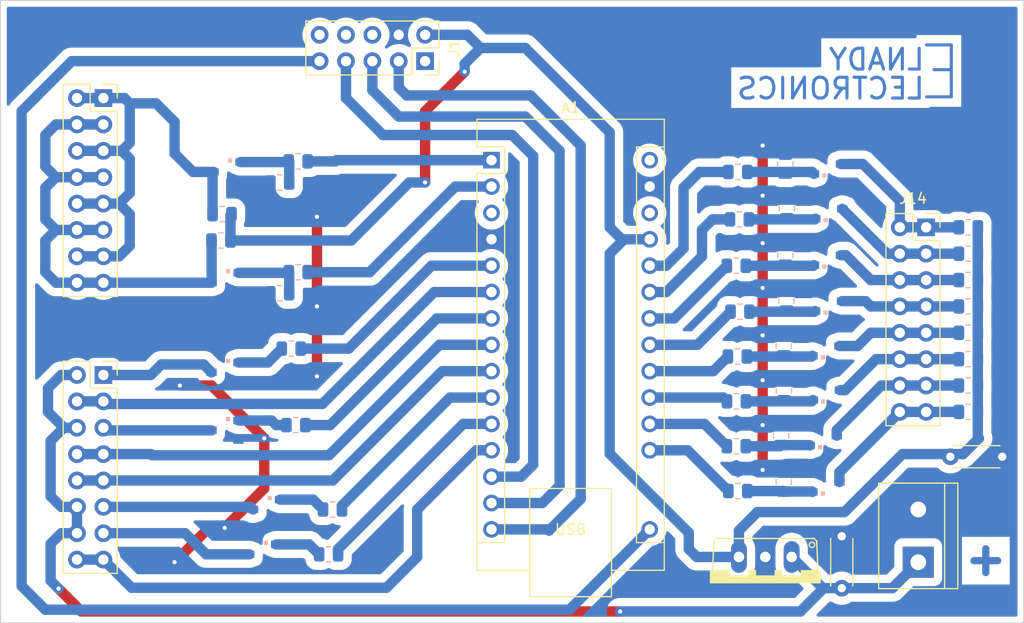
<source format=kicad_pcb>
(kicad_pcb (version 20221018) (generator pcbnew)
  (layers (0 "F.Cu" signal) (31 "B.Cu" signal) (34 "B.Paste" user) (35 "F.Paste" user) (36 "B.SilkS" user "B.Silkscreen") (37 "F.SilkS" user "F.Silkscreen") (38 "B.Mask" user) (39 "F.Mask" user) (44 "Edge.Cuts" user))
  (net 0 "")
  (net 2 "GND")
  (net 3 "/speed1")
  (net 4 "/speed2")
  (net 5 "/speed3")
  (net 6 "/switch1")
  (net 7 "/speed4")
  (net 8 "/CS")
  (net 9 "/MOSI")
  (net 10 "/MISO")
  (net 11 "/SCK")
  (net 12 "/motor1")
  (net 13 "/motor2")
  (net 14 "/motor3")
  (net 15 "/motor4")
  (net 16 "+5V")
  (net 19 "+12V")
  (net 23 "/switch2")
  (net 24 "Net-(Q9-Pad1)")
  (net 25 "Net-(Q10-Pad1)")
  (net 26 "/gripper1")
  (net 27 "/gripper2")
  (net 28 "/motorsvn")
  (net 29 "/motorsv")
  (net 30 "/switch3")
  (net 31 "/switch4")
  (net 32 "/motor1n")
  (net 33 "/motor2n")
  (net 34 "/motor3n")
  (net 35 "/motor4n")
  (net 36 "/gripper3")
  (net 37 "/gripper4")
  (net 38 "/Mvn")
  (net 39 "/Mv")
  (net 40 "/M4n")
  (net 41 "/M4")
  (net 42 "/M3n")
  (net 43 "/M3")
  (net 44 "/M2n")
  (net 45 "/M2")
  (net 46 "/M1n")
  (net 47 "/M1")
  (net 48 "Net-(Q1-Pad1)")
  (net 49 "Net-(Q2-Pad1)")
  (net 50 "Net-(Q3-Pad1)")
  (net 51 "Net-(Q4-Pad1)")
  (net 52 "Net-(Q5-Pad1)")
  (net 53 "Net-(Q6-Pad1)")
  (net 54 "Net-(Q7-Pad1)")
  (net 55 "Net-(Q8-Pad1)")
  (net 56 "Net-(Q11-Pad1)")
  (net 57 "Net-(Q12-Pad1)")
  (net 58 "Net-(Q13-Pad1)")
  (net 59 "Net-(Q14-Pad1)")
  (footprint "FQP30N06L:TO220V" (layer "F.Cu") (at 180.594 116.332 180)
    (fp_text reference "U1" hide)
    (fp_text value "L7809" hide)
  )
  (footprint "Connector_PinSocket_2.54mm:PinSocket_2x08_P2.54mm_Vertical" (layer "F.Cu") (at 116.84 96.266)
    (fp_text reference "J2" hide)
    (fp_text value "Conn_02x08_Odd_Even" hide)
  )
  (footprint "Module:Arduino_Nano" (layer "F.Cu") (at 154.22276 75.5774)
    (fp_text reference "A1")
    (fp_text value "Arduino_Nano_v2.x")
  )
  (footprint "TerminalBlock:TerminalBlock_bornier-2_P5.08mm" (layer "F.Cu") (at 195.326 114.3 90)
    (fp_text reference "J3" hide)
    (fp_text value "Screw_Terminal_01x02" hide)
  )
  (footprint "Capacitor_THT:C_Disc_D4.3mm_W1.9mm_P5.00mm" (layer "F.Cu") (at 198.414 104.14)
    (fp_text reference "C2" hide)
    (fp_text value "C" hide)
  )
  (footprint "Connector_PinSocket_2.54mm:PinSocket_2x08_P2.54mm_Vertical" (layer "F.Cu") (at 116.84 69.596)
    (fp_text reference "J12" hide)
    (fp_text value "Conn_02x08_Odd_Even" hide)
  )
  (footprint "Connector_PinSocket_2.54mm:PinSocket_2x08_P2.54mm_Vertical" (layer "F.Cu") (at 196.088 82.042)
    (fp_text reference "J14")
    (fp_text value "Conn_02x08_Odd_Even" hide)
  )
  (footprint "Connector_PinSocket_2.54mm:PinSocket_2x05_P2.54mm_Vertical" (layer "F.Cu") (at 149.606 61.722 -90)
    (fp_text reference "J1")
    (fp_text value "Conn_02x05_Odd_Even" hide)
  )
  (footprint "Capacitor_THT:C_Disc_D4.3mm_W1.9mm_P5.00mm" (layer "F.Cu") (at 187.96 116.8 90)
    (fp_text reference "C1" hide)
    (fp_text value "C" hide)
  )
  (footprint "Resistor_SMD:R_0805_2012Metric" (layer "B.Cu") (at 200.152 97.282 180)
    (fp_text reference "R8" hide)
    (fp_text value "1K" hide)
  )
  (footprint "Resistor_SMD:R_0805_2012Metric" (layer "B.Cu") (at 177.950072 107.442 180)
    (fp_text reference "R4" hide)
    (fp_text value "200R" hide)
  )
  (footprint "Resistor_SMD:R_0805_2012Metric" (layer "B.Cu") (at 200.152 84.582 180)
    (fp_text reference "R25" hide)
    (fp_text value "1K" hide)
  )
  (footprint "Resistor_SMD:R_0805_2012Metric" (layer "B.Cu") (at 182.5225 84.7325 90)
    (fp_text reference "R21" hide)
    (fp_text value "1k" hide)
  )
  (footprint "SI2302DS:SOT23-3_TO-236AB" (layer "B.Cu") (at 186.181572 102.108 90)
    (fp_text reference "Q4" hide)
    (fp_text value "SI2302DS" hide)
  )
  (footprint "SI2302DS:SOT23-3_TO-236AB" (layer "B.Cu") (at 186.5865 75.946 90)
    (fp_text reference "Q12" hide)
    (fp_text value "SI2302DS" hide)
  )
  (footprint "SI2302DS:SOT23-3_TO-236AB" (layer "B.Cu") (at 128.554 96.012 -90)
    (fp_text reference "Q10" hide)
    (fp_text value "SI2302DS" hide)
  )
  (footprint "Resistor_SMD:R_0805_2012Metric" (layer "B.Cu") (at 182.388572 97.79 90)
    (fp_text reference "R12" hide)
    (fp_text value "1k" hide)
  )
  (footprint "SI2302DS:SOT23-3_TO-236AB" (layer "B.Cu") (at 186.435572 93.472 90)
    (fp_text reference "Q6" hide)
    (fp_text value "SI2302DS" hide)
  )
  (footprint "Resistor_SMD:R_0805_2012Metric" (layer "B.Cu") (at 128.1665 83.312 180)
    (fp_text reference "R31" hide)
    (fp_text value "1K" hide)
  )
  (footprint "SI2302DS:SOT23-3_TO-236AB" (layer "B.Cu") (at 186.689572 89.154 90)
    (fp_text reference "Q7" hide)
    (fp_text value "SI2302DS" hide)
  )
  (footprint "Resistor_SMD:R_0805_2012Metric" (layer "B.Cu") (at 135.382 101.092)
    (fp_text reference "R10" hide)
    (fp_text value "200R" hide)
  )
  (footprint "Resistor_SMD:R_0805_2012Metric" (layer "B.Cu") (at 200.152 82.042 180)
    (fp_text reference "R28" hide)
    (fp_text value "1K" hide)
  )
  (footprint "SI2302DS:SOT23-3_TO-236AB" (layer "B.Cu") (at 128.554 101.6 -90)
    (fp_text reference "Q9" hide)
    (fp_text value "SI2302DS" hide)
  )
  (footprint "Resistor_SMD:R_0805_2012Metric" (layer "B.Cu") (at 133.828428 88.392 180)
    (fp_text reference "R30" hide)
    (fp_text value "1k" hide)
  )
  (footprint "SI2302DS:SOT23-3_TO-236AB" (layer "B.Cu") (at 132.1835 113.538 -90)
    (fp_text reference "Q2" hide)
    (fp_text value "SI2302DS" hide)
  )
  (footprint "Resistor_SMD:R_0805_2012Metric" (layer "B.Cu") (at 182.371572 106.5765 90)
    (fp_text reference "R5" hide)
    (fp_text value "1k" hide)
  )
  (footprint "SI2302DS:SOT23-3_TO-236AB" (layer "B.Cu") (at 128.566028 87.376 -90)
    (fp_text reference "Q13" hide)
    (fp_text value "SI2302DS" hide)
  )
  (footprint "Resistor_SMD:R_0805_2012Metric" (layer "B.Cu") (at 178.101 81.28 180)
    (fp_text reference "R23" hide)
    (fp_text value "200R" hide)
  )
  (footprint "Resistor_SMD:R_0805_2012Metric" (layer "B.Cu") (at 182.625572 89.154 90)
    (fp_text reference "R18" hide)
    (fp_text value "1k" hide)
  )
  (footprint "Resistor_SMD:R_0805_2012Metric" (layer "B.Cu") (at 182.371572 93.472 90)
    (fp_text reference "R15" hide)
    (fp_text value "1k" hide)
  )
  (footprint "Resistor_SMD:R_0805_2012Metric" (layer "B.Cu") (at 133.828428 77.724 180)
    (fp_text reference "R33" hide)
    (fp_text value "1k" hide)
  )
  (footprint "Resistor_SMD:R_0805_2012Metric" (layer "B.Cu") (at 177.9505 76.708 180)
    (fp_text reference "R26" hide)
    (fp_text value "200R" hide)
  )
  (footprint "Resistor_SMD:R_0805_2012Metric" (layer "B.Cu") (at 177.8 85.7485 180)
    (fp_text reference "R20" hide)
    (fp_text value "200R" hide)
  )
  (footprint "SI2302DS:SOT23-3_TO-236AB" (layer "B.Cu") (at 186.482572 97.724 90)
    (fp_text reference "Q5" hide)
    (fp_text value "SI2302DS" hide)
  )
  (footprint "Resistor_SMD:R_0805_2012Metric" (layer "B.Cu") (at 128.27 80.772 180)
    (fp_text reference "R34" hide)
    (fp_text value "1K" hide)
  )
  (footprint "Resistor_SMD:R_0805_2012Metric" (layer "B.Cu") (at 182.673 80.264 90)
    (fp_text reference "R24" hide)
    (fp_text value "1k" hide)
  )
  (footprint "SI2302DS:SOT23-3_TO-236AB" (layer "B.Cu") (at 128.748428 76.708 -90)
    (fp_text reference "Q14" hide)
    (fp_text value "SI2302DS" hide)
  )
  (footprint "Resistor_SMD:R_0805_2012Metric" (layer "B.Cu") (at 200.152 92.202 180)
    (fp_text reference "R16" hide)
    (fp_text value "1K" hide)
  )
  (footprint "Resistor_SMD:R_0805_2012Metric" (layer "B.Cu") (at 138.5335 113.538)
    (fp_text reference "R2" hide)
    (fp_text value "200R" hide)
  )
  (footprint "Resistor_SMD:R_0805_2012Metric" (layer "B.Cu") (at 177.816572 98.806 180)
    (fp_text reference "R11" hide)
    (fp_text value "200R" hide)
  )
  (footprint "Resistor_SMD:R_0805_2012Metric" (layer "B.Cu") (at 135.606428 86.36)
    (fp_text reference "R29" hide)
    (fp_text value "200R" hide)
  )
  (footprint "SI2302DS:SOT23-3_TO-236AB" (layer "B.Cu") (at 186.5865 84.7325 90)
    (fp_text reference "Q8" hide)
    (fp_text value "SI2302DS" hide)
  )
  (footprint "Resistor_SMD:R_0805_2012Metric" (layer "B.Cu") (at 200.152 89.662 180)
    (fp_text reference "R19" hide)
    (fp_text value "1K" hide)
  )
  (footprint "SI2302DS:SOT23-3_TO-236AB" (layer "B.Cu") (at 132.558428 109.22 -90)
    (fp_text reference "Q1" hide)
    (fp_text value "SI2302DS" hide)
  )
  (footprint "SI2302DS:SOT23-3_TO-236AB" (layer "B.Cu") (at 186.707 80.264 90)
    (fp_text reference "Q11" hide)
    (fp_text value "SI2302DS" hide)
  )
  (footprint "Resistor_SMD:R_0805_2012Metric" (layer "B.Cu") (at 138.908428 109.22)
    (fp_text reference "R1" hide)
    (fp_text value "200R" hide)
  )
  (footprint "Resistor_SMD:R_0805_2012Metric" (layer "B.Cu") (at 200.152 99.822 180)
    (fp_text reference "R3" hide)
    (fp_text value "1K" hide)
  )
  (footprint "Resistor_SMD:R_0805_2012Metric" (layer "B.Cu") (at 200.152 87.122 180)
    (fp_text reference "R22" hide)
    (fp_text value "1K" hide)
  )
  (footprint "Resistor_SMD:R_0805_2012Metric" (layer "B.Cu") (at 177.799572 103.124 180)
    (fp_text reference "R6" hide)
    (fp_text value "200R" hide)
  )
  (footprint "Resistor_SMD:R_0805_2012Metric" (layer "B.Cu") (at 177.903072 94.488 180)
    (fp_text reference "R14" hide)
    (fp_text value "200R" hide)
  )
  (footprint "Resistor_SMD:R_0805_2012Metric" (layer "B.Cu") (at 134.934 93.726)
    (fp_text reference "R9" hide)
    (fp_text value "200R" hide)
  )
  (footprint "Resistor_SMD:R_0805_2012Metric" (layer "B.Cu") (at 178.157072 90.17 180)
    (fp_text reference "R17" hide)
    (fp_text value "200R" hide)
  )
  (footprint "Resistor_SMD:R_0805_2012Metric" (layer "B.Cu") (at 182.117572 102.108 90)
    (fp_text reference "R7" hide)
    (fp_text value "1k" hide)
  )
  (footprint "SI2302DS:SOT23-3_TO-236AB" (layer "B.Cu") (at 186.435572 106.5765 90)
    (fp_text reference "Q3" hide)
    (fp_text value "SI2302DS" hide)
  )
  (footprint "Resistor_SMD:R_0805_2012Metric" (layer "B.Cu") (at 200.152 94.742 180)
    (fp_text reference "R13" hide)
    (fp_text value "1K" hide)
  )
  (footprint "Resistor_SMD:R_0805_2012Metric" (layer "B.Cu") (at 182.5225 75.946 90)
    (fp_text reference "R27" hide)
    (fp_text value "1k" hide)
  )
  (footprint "Resistor_SMD:R_0805_2012Metric" (layer "B.Cu") (at 135.606428 75.692)
    (fp_text reference "R32" hide)
    (fp_text value "200R" hide)
  )
  (gr_rect (start 106.934 60.198) (end 205.486 120.142) (stroke (width 0.1)) (fill none) (layer "Edge.Cuts"))
  (gr_text "LECTRONICS" (at 196.088 69.85) (layer "B.Cu") (effects (font (size 2 2) (thickness 0.3) bold) (justify left bottom mirror)))
  (gr_text "E" (at 199.898 70.104) (layer "B.Cu") (effects (font (size 5 5) (thickness 0.3) bold) (justify left bottom mirror)))
  (gr_text "LNADY" (at 196.088 67.056) (layer "B.Cu") (effects (font (size 2 2) (thickness 0.3) bold) (justify left bottom mirror)))
  (gr_text "+" (at 199.517 115.697) (layer "B.Cu") (effects (font (size 3 3) (thickness 0.7) bold) (justify left bottom)))
  (segment (start 132.334 102.362) (end 132.334 107.188) (width 1) (layer "F.Cu") (net 2))
  (segment (start 132.334 107.188) (end 128.524 110.998) (width 1) (layer "F.Cu") (net 2))
  (segment (start 137.414 89.662) (end 137.414 96.393) (width 1) (layer "F.Cu") (net 2))
  (segment (start 180.34 92.456) (end 180.34 87.884) (width 1) (layer "F.Cu") (net 2))
  (segment (start 180.34 78.994) (end 180.34 74.168) (width 1) (layer "F.Cu") (net 2))
  (segment (start 180.34 83.566) (end 180.34 78.994) (width 1) (layer "F.Cu") (net 2))
  (segment (start 124.206 97.282) (end 127.254 97.282) (width 1) (layer "F.Cu") (net 2))
  (segment (start 180.34 96.774) (end 180.34 92.456) (width 1) (layer "F.Cu") (net 2))
  (segment (start 137.414 81.026) (end 137.414 89.662) (width 1) (layer "F.Cu") (net 2))
  (segment (start 127.254 97.282) (end 132.334 102.362) (width 1) (layer "F.Cu") (net 2))
  (segment (start 180.34 87.884) (end 180.34 83.566) (width 1) (layer "F.Cu") (net 2))
  (segment (start 180.34 105.41) (end 180.34 101.092) (width 1) (layer "F.Cu") (net 2))
  (segment (start 128.524 110.998) (end 127 110.998) (width 1) (layer "F.Cu") (net 2))
  (segment (start 127 110.998) (end 123.698 114.3) (width 1) (layer "F.Cu") (net 2))
  (segment (start 180.34 101.092) (end 180.34 96.774) (width 1) (layer "F.Cu") (net 2))
  (via (at 180.34 78.994) (size 0.8) (drill 0.4) (layers "F.Cu" "B.Cu") (net 2))
  (via (at 180.34 74.168) (size 0.8) (drill 0.4) (layers "F.Cu" "B.Cu") (net 2))
  (via (at 180.34 96.774) (size 0.8) (drill 0.4) (layers "F.Cu" "B.Cu") (net 2))
  (via (at 180.34 105.41) (size 0.8) (drill 0.4) (layers "F.Cu" "B.Cu") (net 2))
  (via (at 180.34 87.884) (size 0.8) (drill 0.4) (layers "F.Cu" "B.Cu") (net 2))
  (via (at 123.698 114.3) (size 0.8) (drill 0.4) (layers "F.Cu" "B.Cu") (net 2))
  (via (at 180.34 92.456) (size 0.8) (drill 0.4) (layers "F.Cu" "B.Cu") (net 2))
  (via (at 124.206 97.282) (size 0.8) (drill 0.4) (layers "F.Cu" "B.Cu") (net 2))
  (via (at 180.34 83.566) (size 0.8) (drill 0.4) (layers "F.Cu" "B.Cu") (net 2))
  (via (at 132.334 102.362) (size 0.8) (drill 0.4) (layers "F.Cu" "B.Cu") (net 2))
  (via (at 137.414 89.662) (size 0.8) (drill 0.4) (layers "F.Cu" "B.Cu") (net 2))
  (via (at 137.414 96.393) (size 0.8) (drill 0.4) (layers "F.Cu" "B.Cu") (net 2))
  (via (at 180.34 101.092) (size 0.8) (drill 0.4) (layers "F.Cu" "B.Cu") (net 2))
  (via (at 128.524 110.998) (size 0.8) (drill 0.4) (layers "F.Cu" "B.Cu") (net 2))
  (via (at 137.414 81.026) (size 0.8) (drill 0.4) (layers "F.Cu" "B.Cu") (net 2))
  (segment (start 129.191258 99.05) (end 137.932 99.05) (width 1) (layer "B.Cu") (net 3))
  (segment (start 116.84 98.806) (end 117.094 99.06) (width 1) (layer "B.Cu") (net 3))
  (segment (start 148.7046 88.2774) (end 154.22276 88.2774) (width 1) (layer "B.Cu") (net 3))
  (segment (start 129.181258 99.06) (end 129.191258 99.05) (width 1) (layer "B.Cu") (net 3))
  (segment (start 137.932 99.05) (end 148.7046 88.2774) (width 1) (layer "B.Cu") (net 3))
  (segment (start 117.094 99.06) (end 129.181258 99.06) (width 1) (layer "B.Cu") (net 3))
  (segment (start 114.3 98.806) (end 116.84 98.806) (width 1) (layer "B.Cu") (net 3))
  (segment (start 121.526 104) (end 138.57 104) (width 1) (layer "B.Cu") (net 4))
  (segment (start 138.57 104) (end 149.2126 93.3574) (width 1) (layer "B.Cu") (net 4))
  (segment (start 114.3 103.886) (end 116.84 103.886) (width 1) (layer "B.Cu") (net 4))
  (segment (start 149.2126 93.3574) (end 154.22276 93.3574) (width 1) (layer "B.Cu") (net 4))
  (segment (start 121.412 103.886) (end 121.526 104) (width 1) (layer "B.Cu") (net 4))
  (segment (start 116.84 103.886) (end 121.412 103.886) (width 1) (layer "B.Cu") (net 4))
  (segment (start 138.938 106.426) (end 149.4666 95.8974) (width 1) (layer "B.Cu") (net 5))
  (segment (start 116.84 106.426) (end 138.938 106.426) (width 1) (layer "B.Cu") (net 5))
  (segment (start 114.3 106.426) (end 116.84 106.426) (width 1) (layer "B.Cu") (net 5))
  (segment (start 149.4666 95.8974) (end 154.22276 95.8974) (width 1) (layer "B.Cu") (net 5))
  (segment (start 148.4506 85.7374) (end 140.462 93.726) (width 1) (layer "B.Cu") (net 6))
  (segment (start 154.22276 85.7374) (end 148.4506 85.7374) (width 1) (layer "B.Cu") (net 6))
  (segment (start 140.462 93.726) (end 135.8465 93.726) (width 1) (layer "B.Cu") (net 6))
  (segment (start 116.84 114.046) (end 114.3 114.046) (width 1) (layer "B.Cu") (net 7))
  (segment (start 147.066 109.22) (end 147.066 113.792) (width 1) (layer "B.Cu") (net 7))
  (segment (start 152.7686 103.5174) (end 147.066 109.22) (width 1) (layer "B.Cu") (net 7))
  (segment (start 147.066 113.792) (end 144.102 116.756) (width 1) (layer "B.Cu") (net 7))
  (segment (start 144.102 116.756) (end 119.55 116.756) (width 1) (layer "B.Cu") (net 7))
  (segment (start 119.55 116.756) (end 116.84 114.046) (width 1) (layer "B.Cu") (net 7))
  (segment (start 154.22276 103.5174) (end 152.7686 103.5174) (width 1) (layer "B.Cu") (net 7))
  (segment (start 157.0866 106.0574) (end 154.22276 106.0574) (width 1) (layer "B.Cu") (net 8))
  (segment (start 140.208 69.596) (end 143.764 73.152) (width 1) (layer "B.Cu") (net 8))
  (segment (start 140.208 66.04) (end 140.208 69.596) (width 1) (layer "B.Cu") (net 8))
  (segment (start 158.242 75.184) (end 158.242 104.902) (width 1) (layer "B.Cu") (net 8))
  (segment (start 158.242 104.902) (end 157.0866 106.0574) (width 1) (layer "B.Cu") (net 8))
  (segment (start 143.764 73.152) (end 156.21 73.152) (width 1) (layer "B.Cu") (net 8))
  (segment (start 156.21 73.152) (end 158.242 75.184) (width 1) (layer "B.Cu") (net 8))
  (segment (start 145.288 71.374) (end 157.48 71.374) (width 1) (layer "B.Cu") (net 9))
  (segment (start 142.748 66.04) (end 142.748 68.834) (width 1) (layer "B.Cu") (net 9))
  (segment (start 142.748 68.834) (end 145.288 71.374) (width 1) (layer "B.Cu") (net 9))
  (segment (start 160.782 106.934) (end 159.1186 108.5974) (width 1) (layer "B.Cu") (net 9))
  (segment (start 160.782 74.676) (end 160.782 106.934) (width 1) (layer "B.Cu") (net 9))
  (segment (start 159.1186 108.5974) (end 154.22276 108.5974) (width 1) (layer "B.Cu") (net 9))
  (segment (start 157.48 71.374) (end 160.782 74.676) (width 1) (layer "B.Cu") (net 9))
  (segment (start 157.988 69.342) (end 162.814 74.168) (width 1) (layer "B.Cu") (net 10))
  (segment (start 145.288 66.04) (end 145.288 68.58) (width 1) (layer "B.Cu") (net 10))
  (segment (start 146.05 69.342) (end 157.988 69.342) (width 1) (layer "B.Cu") (net 10))
  (segment (start 162.814 108.204) (end 159.766 111.252) (width 1) (layer "B.Cu") (net 10))
  (segment (start 159.6514 111.1374) (end 154.22276 111.1374) (width 1) (layer "B.Cu") (net 10))
  (segment (start 145.288 68.58) (end 146.05 69.342) (width 1) (layer "B.Cu") (net 10))
  (segment (start 162.814 74.168) (end 162.814 108.204) (width 1) (layer "B.Cu") (net 10))
  (segment (start 159.766 111.252) (end 159.6514 111.1374) (width 1) (layer "B.Cu") (net 10))
  (segment (start 111.252 118.872) (end 161.72816 118.872) (width 1) (layer "B.Cu") (net 11))
  (segment (start 108.966 116.586) (end 111.252 118.872) (width 1) (layer "B.Cu") (net 11))
  (segment (start 137.668 66.04) (end 113.792 66.04) (width 1) (layer "B.Cu") (net 11))
  (segment (start 161.72816 118.872) (end 169.46276 111.1374) (width 1) (layer "B.Cu") (net 11))
  (segment (start 113.792 66.04) (end 110.49 69.342) (width 1) (layer "B.Cu") (net 11))
  (segment (start 110.49 69.342) (end 108.966 70.866) (width 1) (layer "B.Cu") (net 11))
  (segment (start 110.49 69.342) (end 110.236 69.596) (width 1) (layer "B.Cu") (net 11))
  (segment (start 108.966 70.866) (end 108.966 116.586) (width 1) (layer "B.Cu") (net 11))
  (segment (start 169.46276 103.5174) (end 173.112972 103.5174) (width 1) (layer "B.Cu") (net 12))
  (segment (start 173.112972 103.5174) (end 177.037572 107.442) (width 1) (layer "B.Cu") (net 12))
  (segment (start 176.535472 98.4374) (end 176.904072 98.806) (width 1) (layer "B.Cu") (net 13))
  (segment (start 169.46276 98.4374) (end 176.535472 98.4374) (width 1) (layer "B.Cu") (net 13))
  (segment (start 174.057172 93.3574) (end 177.244572 90.17) (width 1) (layer "B.Cu") (net 14))
  (segment (start 169.46276 93.3574) (end 174.057172 93.3574) (width 1) (layer "B.Cu") (net 14))
  (segment (start 169.46276 88.2774) (end 171.0566 88.2774) (width 1) (layer "B.Cu") (net 15))
  (segment (start 175.514 81.28) (end 177.1885 81.28) (width 1) (layer "B.Cu") (net 15))
  (segment (start 174.498 84.836) (end 174.498 82.296) (width 1) (layer "B.Cu") (net 15))
  (segment (start 171.0566 88.2774) (end 174.498 84.836) (width 1) (layer "B.Cu") (net 15))
  (segment (start 174.498 82.296) (end 175.514 81.28) (width 1) (layer "B.Cu") (net 15))
  (segment (start 147.828 70.866) (end 151.638 67.056) (width 1) (layer "F.Cu") (net 16))
  (segment (start 147.828 77.724) (end 147.828 70.866) (width 1) (layer "F.Cu") (net 16))
  (via (at 147.828 77.724) (size 0.8) (drill 0.4) (layers "F.Cu" "B.Cu") (net 16))
  (via (at 151.638 67.056) (size 0.8) (drill 0.4) (layers "F.Cu" "B.Cu") (net 16))
  (segment (start 165.608 82.042) (end 166.878 83.312) (width 1) (layer "B.Cu") (net 16))
  (segment (start 151.892 63.5) (end 153.162 64.77) (width 1) (layer "B.Cu") (net 16))
  (segment (start 173.228 111.466) (end 165.608 103.846) (width 1) (layer "B.Cu") (net 16))
  (segment (start 165.608 72.898) (end 165.608 82.042) (width 1) (layer "B.Cu") (net 16))
  (segment (start 166.9926 83.1974) (end 169.46276 83.1974) (width 1) (layer "B.Cu") (net 16))
  (segment (start 151.638 66.294) (end 151.638 67.056) (width 1) (layer "B.Cu") (net 16))
  (segment (start 188.214 109.474) (end 193.802 103.886) (width 1) (layer "B.Cu") (net 16))
  (segment (start 129.079 80.8755) (end 129.1825 80.772) (width 1) (layer "B.Cu") (net 16))
  (segment (start 178.054 111.252) (end 179.832 109.474) (width 1) (layer "B.Cu") (net 16))
  (segment (start 129.079 83.312) (end 140.716 83.312) (width 1) (layer "B.Cu") (net 16))
  (segment (start 140.716 83.312) (end 146.304 77.724) (width 1) (layer "B.Cu") (net 16))
  (segment (start 178.054 113.792) (end 173.99 113.792) (width 1) (layer "B.Cu") (net 16))
  (segment (start 147.828 63.5) (end 151.892 63.5) (width 1) (layer "B.Cu") (net 16))
  (segment (start 146.304 77.724) (end 147.828 77.724) (width 1) (layer "B.Cu") (net 16))
  (segment (start 173.99 113.792) (end 173.228 113.03) (width 1) (layer "B.Cu") (net 16))
  (segment (start 201.168 102.362) (end 201.0645 102.2585) (width 1) (layer "B.Cu") (net 16))
  (segment (start 157.48 64.77) (end 165.608 72.898) (width 1) (layer "B.Cu") (net 16))
  (segment (start 153.162 64.77) (end 157.48 64.77) (width 1) (layer "B.Cu") (net 16))
  (segment (start 166.878 83.312) (end 166.9926 83.1974) (width 1) (layer "B.Cu") (net 16))
  (segment (start 199.644 103.886) (end 201.168 102.362) (width 1) (layer "B.Cu") (net 16))
  (segment (start 201.0645 102.2585) (end 201.0645 82.042) (width 1) (layer "B.Cu") (net 16))
  (segment (start 178.054 113.792) (end 178.054 111.252) (width 1) (layer "B.Cu") (net 16))
  (segment (start 173.228 113.03) (end 173.228 111.466) (width 1) (layer "B.Cu") (net 16))
  (segment (start 179.832 109.474) (end 188.214 109.474) (width 1) (layer "B.Cu") (net 16))
  (segment (start 193.802 103.886) (end 199.644 103.886) (width 1) (layer "B.Cu") (net 16))
  (segment (start 165.608 103.846) (end 165.608 84.582) (width 1) (layer "B.Cu") (net 16))
  (segment (start 129.079 83.312) (end 129.079 80.8755) (width 1) (layer "B.Cu") (net 16))
  (segment (start 165.608 84.582) (end 166.878 83.312) (width 1) (layer "B.Cu") (net 16))
  (segment (start 153.162 64.77) (end 151.638 66.294) (width 1) (layer "B.Cu") (net 16))
  (segment (start 114.724 119.042) (end 166.624 119.042) (width 1) (layer "F.Cu") (net 19))
  (segment (start 112.522 116.84) (end 114.724 119.042) (width 1) (layer "F.Cu") (net 19))
  (via (at 112.522 116.84) (size 0.8) (drill 0.4) (layers "F.Cu" "B.Cu") (net 19))
  (via (at 166.624 119.042) (size 0.8) (drill 0.4) (layers "F.Cu" "B.Cu") (net 19))
  (segment (start 111.506 97.536) (end 111.506 99.822) (width 1) (layer "B.Cu") (net 19))
  (segment (start 186.142 116.88) (end 186.142 116.8) (width 1) (layer "B.Cu") (net 19))
  (segment (start 111.76 102.616) (end 111.76 107.95) (width 1) (layer "B.Cu") (net 19))
  (segment (start 114.3 96.266) (end 112.776 96.266) (width 1) (layer "B.Cu") (net 19))
  (segment (start 187.96 116.8) (end 186.142 116.8) (width 1) (layer "B.Cu") (net 19))
  (segment (start 112.776 96.266) (end 111.506 97.536) (width 1) (layer "B.Cu") (net 19))
  (segment (start 192.826 116.8) (end 187.96 116.8) (width 1) (layer "B.Cu") (net 19))
  (segment (start 112.776 111.506) (end 111.76 112.522) (width 1) (layer "B.Cu") (net 19))
  (segment (start 195.326 114.3) (end 192.826 116.8) (width 1) (layer "B.Cu") (net 19))
  (segment (start 166.624 119.042) (end 183.98 119.042) (width 1) (layer "B.Cu") (net 19))
  (segment (start 186.142 116.8) (end 183.134 113.792) (width 1) (layer "B.Cu") (net 19))
  (segment (start 111.76 116.078) (end 112.522 116.84) (width 1) (layer "B.Cu") (net 19))
  (segment (start 114.3 108.966) (end 114.3 111.506) (width 1) (layer "B.Cu") (net 19))
  (segment (start 111.76 112.522) (end 111.76 116.078) (width 1) (layer "B.Cu") (net 19))
  (segment (start 113.03 101.346) (end 111.76 102.616) (width 1) (layer "B.Cu") (net 19))
  (segment (start 111.506 99.822) (end 113.03 101.346) (width 1) (layer "B.Cu") (net 19))
  (segment (start 183.98 119.042) (end 186.142 116.88) (width 1) (layer "B.Cu") (net 19))
  (segment (start 111.76 107.95) (end 112.776 108.966) (width 1) (layer "B.Cu") (net 19))
  (segment (start 112.776 108.966) (end 114.3 108.966) (width 1) (layer "B.Cu") (net 19))
  (segment (start 113.03 101.346) (end 114.3 101.346) (width 1) (layer "B.Cu") (net 19))
  (segment (start 114.3 111.506) (end 112.776 111.506) (width 1) (layer "B.Cu") (net 19))
  (segment (start 154.22276 90.8174) (end 148.9586 90.8174) (width 1) (layer "B.Cu") (net 23))
  (segment (start 148.9586 90.8174) (end 138.684 101.092) (width 1) (layer "B.Cu") (net 23))
  (segment (start 138.684 101.092) (end 136.2945 101.092) (width 1) (layer "B.Cu") (net 23))
  (segment (start 134.4695 101.092) (end 133.4835 101.092) (width 1) (layer "B.Cu") (net 24))
  (segment (start 133.4835 101.092) (end 133.0415 100.65) (width 1) (layer "B.Cu") (net 24))
  (segment (start 133.0415 100.65) (end 129.854 100.65) (width 1) (layer "B.Cu") (net 24))
  (segment (start 129.854 95.062) (end 132.6855 95.062) (width 1) (layer "B.Cu") (net 25))
  (segment (start 132.6855 95.062) (end 134.0215 93.726) (width 1) (layer "B.Cu") (net 25))
  (segment (start 122.428 95.25) (end 126.492 95.25) (width 1) (layer "B.Cu") (net 26))
  (segment (start 126.492 95.25) (end 127.254 96.012) (width 1) (layer "B.Cu") (net 26))
  (segment (start 121.412 96.266) (end 122.428 95.25) (width 1) (layer "B.Cu") (net 26))
  (segment (start 116.84 96.266) (end 121.412 96.266) (width 1) (layer "B.Cu") (net 26))
  (segment (start 117.094 101.6) (end 116.84 101.346) (width 1) (layer "B.Cu") (net 27))
  (segment (start 127.254 101.6) (end 117.094 101.6) (width 1) (layer "B.Cu") (net 27))
  (segment (start 139.3066 75.5774) (end 154.22276 75.5774) (width 1) (layer "B.Cu") (net 28))
  (segment (start 136.518928 75.692) (end 139.192 75.692) (width 1) (layer "B.Cu") (net 28))
  (segment (start 139.192 75.692) (end 139.3066 75.5774) (width 1) (layer "B.Cu") (net 28))
  (segment (start 136.518928 86.36) (end 142.494 86.36) (width 1) (layer "B.Cu") (net 29))
  (segment (start 150.7366 78.1174) (end 154.22276 78.1174) (width 1) (layer "B.Cu") (net 29))
  (segment (start 136.518928 86.36) (end 136.518928 86.239072) (width 1) (layer "B.Cu") (net 29))
  (segment (start 142.494 86.36) (end 150.7366 78.1174) (width 1) (layer "B.Cu") (net 29))
  (segment (start 139.820928 109.22) (end 139.820928 108.845072) (width 1) (layer "B.Cu") (net 30))
  (segment (start 139.820928 108.845072) (end 150.2286 98.4374) (width 1) (layer "B.Cu") (net 30))
  (segment (start 150.2286 98.4374) (end 154.22276 98.4374) (width 1) (layer "B.Cu") (net 30))
  (segment (start 139.446 113.538) (end 139.446 113.03) (width 1) (layer "B.Cu") (net 31))
  (segment (start 151.4986 100.9774) (end 154.22276 100.9774) (width 1) (layer "B.Cu") (net 31))
  (segment (start 139.446 113.03) (end 151.4986 100.9774) (width 1) (layer "B.Cu") (net 31))
  (segment (start 174.740472 100.9774) (end 176.887072 103.124) (width 1) (layer "B.Cu") (net 32))
  (segment (start 169.46276 100.9774) (end 174.740472 100.9774) (width 1) (layer "B.Cu") (net 32))
  (segment (start 169.46276 95.8974) (end 175.581172 95.8974) (width 1) (layer "B.Cu") (net 33))
  (segment (start 175.581172 95.8974) (end 176.990572 94.488) (width 1) (layer "B.Cu") (net 33))
  (segment (start 171.8186 90.8174) (end 176.8875 85.7485) (width 1) (layer "B.Cu") (net 34))
  (segment (start 169.46276 90.8174) (end 171.8186 90.8174) (width 1) (layer "B.Cu") (net 34))
  (segment (start 174.244 76.708) (end 177.038 76.708) (width 1) (layer "B.Cu") (net 35))
  (segment (start 172.72 84.074) (end 172.72 78.232) (width 1) (layer "B.Cu") (net 35))
  (segment (start 171.0566 85.7374) (end 172.72 84.074) (width 1) (layer "B.Cu") (net 35))
  (segment (start 172.72 78.232) (end 174.244 76.708) (width 1) (layer "B.Cu") (net 35))
  (segment (start 169.46276 85.7374) (end 171.0566 85.7374) (width 1) (layer "B.Cu") (net 35))
  (segment (start 131.004428 108.966) (end 131.258428 109.22) (width 1) (layer "B.Cu") (net 36))
  (segment (start 116.84 108.966) (end 131.004428 108.966) (width 1) (layer "B.Cu") (net 36))
  (segment (start 124.714 111.506) (end 126.746 113.538) (width 1) (layer "B.Cu") (net 37))
  (segment (start 116.84 111.506) (end 124.714 111.506) (width 1) (layer "B.Cu") (net 37))
  (segment (start 126.746 113.538) (end 130.8835 113.538) (width 1) (layer "B.Cu") (net 37))
  (segment (start 127.3575 80.772) (end 127.3575 76.798928) (width 1) (layer "B.Cu") (net 38))
  (segment (start 118.618 74.676) (end 119.38 73.914) (width 1) (layer "B.Cu") (net 38))
  (segment (start 118.364 79.756) (end 119.38 78.74) (width 1) (layer "B.Cu") (net 38))
  (segment (start 125.476 76.708) (end 127.448428 76.708) (width 1) (layer "B.Cu") (net 38))
  (segment (start 118.618 74.676) (end 116.84 74.676) (width 1) (layer "B.Cu") (net 38))
  (segment (start 127.3575 76.798928) (end 127.448428 76.708) (width 1) (layer "B.Cu") (net 38))
  (segment (start 119.38 70.104) (end 121.92 70.104) (width 1) (layer "B.Cu") (net 38))
  (segment (start 118.364 84.836) (end 119.38 83.82) (width 1) (layer "B.Cu") (net 38))
  (segment (start 118.364 79.756) (end 116.84 79.756) (width 1) (layer "B.Cu") (net 38))
  (segment (start 119.38 83.82) (end 119.38 80.772) (width 1) (layer "B.Cu") (net 38))
  (segment (start 119.38 80.772) (end 118.364 79.756) (width 1) (layer "B.Cu") (net 38))
  (segment (start 119.38 78.74) (end 119.38 75.438) (width 1) (layer "B.Cu") (net 38))
  (segment (start 116.84 84.836) (end 118.364 84.836) (width 1) (layer "B.Cu") (net 38))
  (segment (start 123.698 74.93) (end 125.476 76.708) (width 1) (layer "B.Cu") (net 38))
  (segment (start 119.38 70.104) (end 118.872 69.596) (width 1) (layer "B.Cu") (net 38))
  (segment (start 119.38 73.914) (end 119.38 70.104) (width 1) (layer "B.Cu") (net 38))
  (segment (start 121.92 70.104) (end 123.698 71.882) (width 1) (layer "B.Cu") (net 38))
  (segment (start 119.38 75.438) (end 118.618 74.676) (width 1) (layer "B.Cu") (net 38))
  (segment (start 118.872 69.596) (end 116.84 69.596) (width 1) (layer "B.Cu") (net 38))
  (segment (start 114.3 69.596) (end 116.84 69.596) (width 1) (layer "B.Cu") (net 38))
  (segment (start 114.3 84.836) (end 116.84 84.836) (width 1) (layer "B.Cu") (net 38))
  (segment (start 114.3 79.756) (end 116.84 79.756) (width 1) (layer "B.Cu") (net 38))
  (segment (start 114.3 74.676) (end 116.84 74.676) (width 1) (layer "B.Cu") (net 38))
  (segment (start 123.698 71.882) (end 123.698 74.93) (width 1) (layer "B.Cu") (net 38))
  (segment (start 111.252 81.28) (end 111.252 78.232) (width 1) (layer "B.Cu") (net 39))
  (segment (start 114.3 82.296) (end 116.84 82.296) (width 1) (layer "B.Cu") (net 39))
  (segment (start 112.268 72.136) (end 114.3 72.136) (width 1) (layer "B.Cu") (net 39))
  (segment (start 111.252 86.36) (end 111.252 83.312) (width 1) (layer "B.Cu") (net 39))
  (segment (start 112.268 77.216) (end 114.3 77.216) (width 1) (layer "B.Cu") (net 39))
  (segment (start 114.3 77.216) (end 116.84 77.216) (width 1) (layer "B.Cu") (net 39))
  (segment (start 111.252 76.2) (end 111.252 73.152) (width 1) (layer "B.Cu") (net 39))
  (segment (start 112.268 82.296) (end 114.3 82.296) (width 1) (layer "B.Cu") (net 39))
  (segment (start 114.3 87.376) (end 116.84 87.376) (width 1) (layer "B.Cu") (net 39))
  (segment (start 116.84 87.376) (end 127.266028 87.376) (width 1) (layer "B.Cu") (net 39))
  (segment (start 127.266028 83.324028) (end 127.254 83.312) (width 1) (layer "B.Cu") (net 39))
  (segment (start 127.266028 87.376) (end 127.266028 83.324028) (width 1) (layer "B.Cu") (net 39))
  (segment (start 112.268 87.376) (end 111.252 86.36) (width 1) (layer "B.Cu") (net 39))
  (segment (start 111.252 78.232) (end 112.268 77.216) (width 1) (layer "B.Cu") (net 39))
  (segment (start 114.3 87.376) (end 112.268 87.376) (width 1) (layer "B.Cu") (net 39))
  (segment (start 111.252 83.312) (end 112.268 82.296) (width 1) (layer "B.Cu") (net 39))
  (segment (start 111.252 73.152) (end 112.268 72.136) (width 1) (layer "B.Cu") (net 39))
  (segment (start 114.3 72.136) (end 116.84 72.136) (width 1) (layer "B.Cu") (net 39))
  (segment (start 112.268 77.216) (end 111.252 76.2) (width 1) (layer "B.Cu") (net 39))
  (segment (start 112.268 82.296) (end 111.252 81.28) (width 1) (layer "B.Cu") (net 39))
  (segment (start 187.8865 75.946) (end 189.992 75.946) (width 1) (layer "B.Cu") (net 40))
  (segment (start 189.992 75.946) (end 193.548 79.502) (width 1) (layer "B.Cu") (net 40))
  (segment (start 193.548 82.042) (end 196.088 82.042) (width 1) (layer "B.Cu") (net 40))
  (segment (start 196.088 82.042) (end 199.2395 82.042) (width 1) (layer "B.Cu") (net 40))
  (segment (start 193.548 79.502) (end 193.548 82.042) (width 1) (layer "B.Cu") (net 40))
  (segment (start 188.007 80.264) (end 192.325 84.582) (width 1) (layer "B.Cu") (net 41))
  (segment (start 193.548 84.582) (end 199.2395 84.582) (width 1) (layer "B.Cu") (net 41))
  (segment (start 192.325 84.582) (end 193.548 84.582) (width 1) (layer "B.Cu") (net 41))
  (segment (start 188.3645 84.7325) (end 190.754 87.122) (width 1) (layer "B.Cu") (net 42))
  (segment (start 190.754 87.122) (end 199.2395 87.122) (width 1) (layer "B.Cu") (net 42))
  (segment (start 187.8865 84.7325) (end 188.3645 84.7325) (width 1) (layer "B.Cu") (net 42))
  (segment (start 187.989572 89.154) (end 190.246 89.154) (width 1) (layer "B.Cu") (net 43))
  (segment (start 190.246 89.154) (end 190.754 89.662) (width 1) (layer "B.Cu") (net 43))
  (segment (start 190.754 89.662) (end 199.2395 89.662) (width 1) (layer "B.Cu") (net 43))
  (segment (start 187.735572 93.472) (end 189.484 93.472) (width 1) (layer "B.Cu") (net 44))
  (segment (start 190.754 92.202) (end 199.2395 92.202) (width 1) (layer "B.Cu") (net 44))
  (segment (start 189.484 93.472) (end 190.754 92.202) (width 1) (layer "B.Cu") (net 44))
  (segment (start 191.262 94.742) (end 199.2395 94.742) (width 1) (layer "B.Cu") (net 45))
  (segment (start 188.28 97.724) (end 191.262 94.742) (width 1) (layer "B.Cu") (net 45))
  (segment (start 187.782572 97.724) (end 188.28 97.724) (width 1) (layer "B.Cu") (net 45))
  (segment (start 187.481572 102.108) (end 187.481572 101.570428) (width 1) (layer "B.Cu") (net 46))
  (segment (start 191.77 97.282) (end 199.2395 97.282) (width 1) (layer "B.Cu") (net 46))
  (segment (start 187.481572 101.570428) (end 191.77 97.282) (width 1) (layer "B.Cu") (net 46))
  (segment (start 187.735572 105.634428) (end 193.548 99.822) (width 1) (layer "B.Cu") (net 47))
  (segment (start 193.548 99.822) (end 199.2395 99.822) (width 1) (layer "B.Cu") (net 47))
  (segment (start 187.735572 106.5765) (end 187.735572 105.634428) (width 1) (layer "B.Cu") (net 47))
  (segment (start 137.045928 108.27) (end 137.995928 109.22) (width 1) (layer "B.Cu") (net 48))
  (segment (start 133.858428 108.27) (end 137.045928 108.27) (width 1) (layer "B.Cu") (net 48))
  (segment (start 133.4835 112.588) (end 136.671 112.588) (width 1) (layer "B.Cu") (net 49))
  (segment (start 136.671 112.588) (end 137.621 113.538) (width 1) (layer "B.Cu") (net 49))
  (segment (start 178.862572 107.442) (end 182.324572 107.442) (width 1) (layer "B.Cu") (net 50))
  (segment (start 185.098072 107.489) (end 185.135572 107.5265) (width 1) (layer "B.Cu") (net 50))
  (segment (start 182.371572 107.489) (end 185.098072 107.489) (width 1) (layer "B.Cu") (net 50))
  (segment (start 182.324572 107.442) (end 182.371572 107.489) (width 1) (layer "B.Cu") (net 50))
  (segment (start 182.117572 103.0205) (end 184.844072 103.0205) (width 1) (layer "B.Cu") (net 51))
  (segment (start 182.014072 103.124) (end 182.117572 103.0205) (width 1) (layer "B.Cu") (net 51))
  (segment (start 184.844072 103.0205) (end 184.881572 103.058) (width 1) (layer "B.Cu") (net 51))
  (segment (start 178.712072 103.124) (end 182.014072 103.124) (width 1) (layer "B.Cu") (net 51))
  (segment (start 185.050572 98.806) (end 185.182572 98.674) (width 1) (layer "B.Cu") (net 52))
  (segment (start 178.729072 98.806) (end 185.050572 98.806) (width 1) (layer "B.Cu") (net 52))
  (segment (start 185.069572 94.488) (end 185.135572 94.422) (width 1) (layer "B.Cu") (net 53))
  (segment (start 178.815572 94.488) (end 185.069572 94.488) (width 1) (layer "B.Cu") (net 53))
  (segment (start 179.069572 90.17) (end 185.323572 90.17) (width 1) (layer "B.Cu") (net 54))
  (segment (start 185.323572 90.17) (end 185.389572 90.104) (width 1) (layer "B.Cu") (net 54))
  (segment (start 185.2205 85.7485) (end 185.2865 85.6825) (width 1) (layer "B.Cu") (net 55))
  (segment (start 178.7125 85.7485) (end 185.2205 85.7485) (width 1) (layer "B.Cu") (net 55))
  (segment (start 179.0135 81.28) (end 185.341 81.28) (width 1) (layer "B.Cu") (net 56))
  (segment (start 185.341 81.28) (end 185.407 81.214) (width 1) (layer "B.Cu") (net 56))
  (segment (start 185.0985 76.708) (end 185.2865 76.896) (width 1) (layer "B.Cu") (net 57))
  (segment (start 178.863 76.708) (end 185.0985 76.708) (width 1) (layer "B.Cu") (net 57))
  (segment (start 129.866028 86.426) (end 134.627928 86.426) (width 1) (layer "B.Cu") (net 58))
  (segment (start 134.740928 88.392) (end 134.740928 86.407) (width 1) (layer "B.Cu") (net 58))
  (segment (start 134.740928 86.407) (end 134.693928 86.36) (width 1) (layer "B.Cu") (net 58))
  (segment (start 134.627928 86.426) (end 134.693928 86.36) (width 1) (layer "B.Cu") (net 58))
  (segment (start 134.740928 77.724) (end 134.740928 75.739) (width 1) (layer "B.Cu") (net 59))
  (segment (start 134.627928 75.758) (end 134.693928 75.692) (width 1) (layer "B.Cu") (net 59))
  (segment (start 130.048428 75.758) (end 134.627928 75.758) (width 1) (layer "B.Cu") (net 59))
  (segment (start 134.740928 75.739) (end 134.693928 75.692) (width 1) (layer "B.Cu") (net 59))
  (zone (net 2) (net_name "GND") (layer "B.Cu") (connect_pads yes (clearance 0.8)) (min_thickness 0.3) (fill yes (thermal_gap 0.5) (thermal_bridge_width 0.5))
    (polygon (pts (xy 106.934 60.198) (xy 106.934 120.142) (xy 205.486 120.142) (xy 205.486 60.198)))
  )
)
</source>
